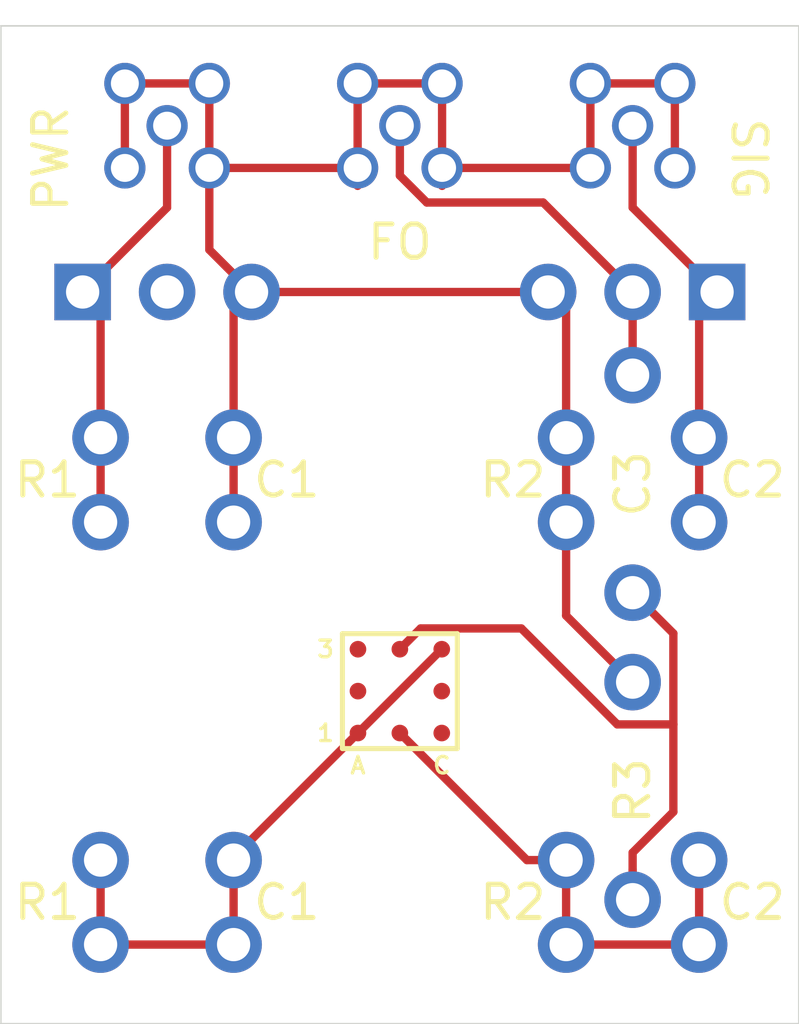
<source format=kicad_pcb>
(kicad_pcb (version 20240108) (generator "pcbnew") (generator_version "8.0")
  (layers (0 "F.Cu" signal) (31 "B.Cu" signal) (34 "B.Paste" user) (35 "F.Paste" user) (36 "B.SilkS" user "B.Silkscreen") (37 "F.SilkS" user "F.Silkscreen") (38 "B.Mask" user) (39 "F.Mask" user) (44 "Edge.Cuts" user))
  (net 0 "")
  (net 1 "GND")
  (net 2 "Net-(C1-+)")
  (net 3 "Net-(C2-+)")
  (net 4 "SIG")
  (net 5 "HV+")
  (net 7 "F-OUT")
  (net 8 "Net-(C3-+)")
  (footprint "Connector_Coaxial:MMCX_Molex_73415-1471_Vertical" (layer "F.Cu") (at 143 83)
    (property "Reference" "J-PWR-2" (hide yes))
    (property "Value" "Conn_01x02_Pin" (hide yes))
    (pad "1" thru_hole circle (at 0 0) (size 1.24 1.24) (drill 0.84) (layers "*.Cu" "*.Mask" "In1.Cu" "In2.Cu" "In3.Cu" "In4.Cu" "In5.Cu" "In6.Cu" "In7.Cu" "In8.Cu" "In9.Cu" "In10.Cu" "In11.Cu" "In12.Cu" "In13.Cu" "In14.Cu" "In15.Cu" "In16.Cu" "In17.Cu" "In18.Cu" "In19.Cu" "In20.Cu" "In21.Cu" "In22.Cu" "In23.Cu" "In24.Cu" "In25.Cu" "In26.Cu" "In27.Cu" "In28.Cu" "In29.Cu" "In30.Cu") (net 5 "HV+"))
    (pad "2" thru_hole circle (at -1.27 -1.27) (size 1.24 1.24) (drill 0.84) (layers "*.Cu" "*.Mask" "In1.Cu" "In2.Cu" "In3.Cu" "In4.Cu" "In5.Cu" "In6.Cu" "In7.Cu" "In8.Cu" "In9.Cu" "In10.Cu" "In11.Cu" "In12.Cu" "In13.Cu" "In14.Cu" "In15.Cu" "In16.Cu" "In17.Cu" "In18.Cu" "In19.Cu" "In20.Cu" "In21.Cu" "In22.Cu" "In23.Cu" "In24.Cu" "In25.Cu" "In26.Cu" "In27.Cu" "In28.Cu" "In29.Cu" "In30.Cu") (net 1 "GND"))
    (pad "2" thru_hole circle (at -1.27 1.27) (size 1.24 1.24) (drill 0.84) (layers "*.Cu" "*.Mask" "In1.Cu" "In2.Cu" "In3.Cu" "In4.Cu" "In5.Cu" "In6.Cu" "In7.Cu" "In8.Cu" "In9.Cu" "In10.Cu" "In11.Cu" "In12.Cu" "In13.Cu" "In14.Cu" "In15.Cu" "In16.Cu" "In17.Cu" "In18.Cu" "In19.Cu" "In20.Cu" "In21.Cu" "In22.Cu" "In23.Cu" "In24.Cu" "In25.Cu" "In26.Cu" "In27.Cu" "In28.Cu" "In29.Cu" "In30.Cu") (net 1 "GND"))
    (pad "2" thru_hole circle (at 1.27 -1.27) (size 1.24 1.24) (drill 0.84) (layers "*.Cu" "*.Mask" "In1.Cu" "In2.Cu" "In3.Cu" "In4.Cu" "In5.Cu" "In6.Cu" "In7.Cu" "In8.Cu" "In9.Cu" "In10.Cu" "In11.Cu" "In12.Cu" "In13.Cu" "In14.Cu" "In15.Cu" "In16.Cu" "In17.Cu" "In18.Cu" "In19.Cu" "In20.Cu" "In21.Cu" "In22.Cu" "In23.Cu" "In24.Cu" "In25.Cu" "In26.Cu" "In27.Cu" "In28.Cu" "In29.Cu" "In30.Cu") (net 1 "GND"))
    (pad "2" thru_hole circle (at 1.27 1.27) (size 1.24 1.24) (drill 0.84) (layers "*.Cu" "*.Mask" "In1.Cu" "In2.Cu" "In3.Cu" "In4.Cu" "In5.Cu" "In6.Cu" "In7.Cu" "In8.Cu" "In9.Cu" "In10.Cu" "In11.Cu" "In12.Cu" "In13.Cu" "In14.Cu" "In15.Cu" "In16.Cu" "In17.Cu" "In18.Cu" "In19.Cu" "In20.Cu" "In21.Cu" "In22.Cu" "In23.Cu" "In24.Cu" "In25.Cu" "In26.Cu" "In27.Cu" "In28.Cu" "In29.Cu" "In30.Cu") (net 1 "GND"))
  )
  (footprint "Custom_ThroughHole:PinHeader_1x04_P2.54mm_Vertical_Spaced_Mini" (layer "F.Cu") (at 157 103 180)
    (property "Reference" "R3" (at 0 0 -90) (layer "F.SilkS"))
    (property "Value" "R")
    (pad "1" thru_hole oval (at 0 -3.27 180) (size 1.7 1.7) (drill 1) (layers "*.Cu" "*.Mask" "In1.Cu" "In2.Cu" "In3.Cu" "In4.Cu" "In5.Cu" "In6.Cu" "In7.Cu" "In8.Cu" "In9.Cu" "In10.Cu" "In11.Cu" "In12.Cu" "In13.Cu" "In14.Cu" "In15.Cu" "In16.Cu" "In17.Cu" "In18.Cu" "In19.Cu" "In20.Cu" "In21.Cu" "In22.Cu" "In23.Cu" "In24.Cu" "In25.Cu" "In26.Cu" "In27.Cu" "In28.Cu" "In29.Cu" "In30.Cu") (net 8 "Net-(C3-+)"))
    (pad "2" thru_hole oval (at 0 3.27 180) (size 1.7 1.7) (drill 1) (layers "*.Cu" "*.Mask" "In1.Cu" "In2.Cu" "In3.Cu" "In4.Cu" "In5.Cu" "In6.Cu" "In7.Cu" "In8.Cu" "In9.Cu" "In10.Cu" "In11.Cu" "In12.Cu" "In13.Cu" "In14.Cu" "In15.Cu" "In16.Cu" "In17.Cu" "In18.Cu" "In19.Cu" "In20.Cu" "In21.Cu" "In22.Cu" "In23.Cu" "In24.Cu" "In25.Cu" "In26.Cu" "In27.Cu" "In28.Cu" "In29.Cu" "In30.Cu") (net 1 "GND"))
  )
  (footprint "Connector_PinHeader_2.54mm:PinHeader_1x03_P2.54mm_Vertical" (layer "F.Cu") (at 159.54 88 -90)
    (property "Reference" "J-SIG1" (hide yes))
    (property "Value" "Conn_01x03_Pin" (hide yes))
    (pad "1" thru_hole rect (at 0 0 270) (size 1.7 1.7) (drill 1) (layers "*.Cu" "*.Mask" "In1.Cu" "In2.Cu" "In3.Cu" "In4.Cu" "In5.Cu" "In6.Cu" "In7.Cu" "In8.Cu" "In9.Cu" "In10.Cu" "In11.Cu" "In12.Cu" "In13.Cu" "In14.Cu" "In15.Cu" "In16.Cu" "In17.Cu" "In18.Cu" "In19.Cu" "In20.Cu" "In21.Cu" "In22.Cu" "In23.Cu" "In24.Cu" "In25.Cu" "In26.Cu" "In27.Cu" "In28.Cu" "In29.Cu" "In30.Cu") (net 4 "SIG"))
    (pad "2" thru_hole oval (at 0 2.54 270) (size 1.7 1.7) (drill 1) (layers "*.Cu" "*.Mask" "In1.Cu" "In2.Cu" "In3.Cu" "In4.Cu" "In5.Cu" "In6.Cu" "In7.Cu" "In8.Cu" "In9.Cu" "In10.Cu" "In11.Cu" "In12.Cu" "In13.Cu" "In14.Cu" "In15.Cu" "In16.Cu" "In17.Cu" "In18.Cu" "In19.Cu" "In20.Cu" "In21.Cu" "In22.Cu" "In23.Cu" "In24.Cu" "In25.Cu" "In26.Cu" "In27.Cu" "In28.Cu" "In29.Cu" "In30.Cu") (net 7 "F-OUT"))
    (pad "3" thru_hole oval (at 0 5.08 270) (size 1.7 1.7) (drill 1) (layers "*.Cu" "*.Mask" "In1.Cu" "In2.Cu" "In3.Cu" "In4.Cu" "In5.Cu" "In6.Cu" "In7.Cu" "In8.Cu" "In9.Cu" "In10.Cu" "In11.Cu" "In12.Cu" "In13.Cu" "In14.Cu" "In15.Cu" "In16.Cu" "In17.Cu" "In18.Cu" "In19.Cu" "In20.Cu" "In21.Cu" "In22.Cu" "In23.Cu" "In24.Cu" "In25.Cu" "In26.Cu" "In27.Cu" "In28.Cu" "In29.Cu" "In30.Cu") (net 1 "GND"))
  )
  (footprint "SiPM-ONS:ONS-MICROFJ-30050" (layer "F.Cu") (at 150 100 90)
    (property "Reference" "D1" (hide yes))
    (property "Value" "~" (hide yes))
    (fp_line (start 1.7272 -1.7272) (end -1.7272 -1.7272) (stroke (width 0.1524)) (layer "F.SilkS"))
    (fp_line (start -1.7272 -1.7272) (end -1.7272 1.7272) (stroke (width 0.1524)) (layer "F.SilkS"))
    (fp_line (start 1.7272 1.7272) (end 1.7272 -1.7272) (stroke (width 0.1524)) (layer "F.SilkS"))
    (fp_line (start -1.7272 1.7272) (end 1.7272 1.7272) (stroke (width 0.1524)) (layer "F.SilkS"))
    (fp_text user "3" (at 1.26 -2.2352 0) (layer "F.SilkS") (effects (font (size 0.5 0.5) (thickness 0.1) (bold yes))))
    (fp_text user "1" (at -1.26 -2.2352 0) (layer "F.SilkS") (effects (font (size 0.5 0.5) (thickness 0.1) (bold yes))))
    (fp_text user "A" (at -2.2352 -1.260094 0) (layer "F.SilkS") (effects (font (size 0.5 0.5) (thickness 0.1) (bold yes))))
    (fp_text user "C" (at -2.2352 1.260094 0) (layer "F.SilkS") (effects (font (size 0.5 0.5) (thickness 0.1) (bold yes))))
    (pad "A1" smd circle (at -1.26 -1.260094 90) (size 0.5 0.5) (layers "F.Cu" "F.Paste" "F.Mask") (net 2 "Net-(C1-+)"))
    (pad "A2" smd circle (at 0 -1.260094 90) (size 0.5 0.5) (layers "F.Cu" "F.Paste" "F.Mask"))
    (pad "A3" smd circle (at 1.26 -1.260094 90) (size 0.5 0.5) (layers "F.Cu" "F.Paste" "F.Mask"))
    (pad "B1" smd circle (at -1.26 0 90) (size 0.5 0.5) (layers "F.Cu" "F.Paste" "F.Mask") (net 3 "Net-(C2-+)"))
    (pad "B3" smd circle (at 1.26 0 90) (size 0.5 0.5) (layers "F.Cu" "F.Paste" "F.Mask") (net 8 "Net-(C3-+)"))
    (pad "C1" smd circle (at -1.26 1.260094 90) (size 0.5 0.5) (layers "F.Cu" "F.Paste" "F.Mask"))
    (pad "C2" smd circle (at 0 1.260094 90) (size 0.5 0.5) (layers "F.Cu" "F.Paste" "F.Mask"))
    (pad "C3" smd circle (at 1.26 1.260094 90) (size 0.5 0.5) (layers "F.Cu" "F.Paste" "F.Mask") (net 2 "Net-(C1-+)"))
  )
  (footprint "Custom_ThroughHole:PinHeader_1x04_P2.54mm_Vertical_Spaced" (layer "F.Cu") (at 145 100 180)
    (property "Reference" "C1" (at -1.6 6.35 180) (layer "F.SilkS"))
    (property "Value" "C" (hide yes))
    (pad "1" thru_hole circle (at 0 -7.62 180) (size 1.7 1.7) (drill 1) (layers "*.Cu" "*.Mask" "In1.Cu" "In2.Cu" "In3.Cu" "In4.Cu" "In5.Cu" "In6.Cu" "In7.Cu" "In8.Cu" "In9.Cu" "In10.Cu" "In11.Cu" "In12.Cu" "In13.Cu" "In14.Cu" "In15.Cu" "In16.Cu" "In17.Cu" "In18.Cu" "In19.Cu" "In20.Cu" "In21.Cu" "In22.Cu" "In23.Cu" "In24.Cu" "In25.Cu" "In26.Cu" "In27.Cu" "In28.Cu" "In29.Cu" "In30.Cu") (net 2 "Net-(C1-+)"))
    (pad "1" thru_hole oval (at 0 -5.08 180) (size 1.7 1.7) (drill 1) (layers "*.Cu" "*.Mask" "In1.Cu" "In2.Cu" "In3.Cu" "In4.Cu" "In5.Cu" "In6.Cu" "In7.Cu" "In8.Cu" "In9.Cu" "In10.Cu" "In11.Cu" "In12.Cu" "In13.Cu" "In14.Cu" "In15.Cu" "In16.Cu" "In17.Cu" "In18.Cu" "In19.Cu" "In20.Cu" "In21.Cu" "In22.Cu" "In23.Cu" "In24.Cu" "In25.Cu" "In26.Cu" "In27.Cu" "In28.Cu" "In29.Cu" "In30.Cu") (net 2 "Net-(C1-+)"))
    (pad "2" thru_hole oval (at 0 5.08 180) (size 1.7 1.7) (drill 1) (layers "*.Cu" "*.Mask" "In1.Cu" "In2.Cu" "In3.Cu" "In4.Cu" "In5.Cu" "In6.Cu" "In7.Cu" "In8.Cu" "In9.Cu" "In10.Cu" "In11.Cu" "In12.Cu" "In13.Cu" "In14.Cu" "In15.Cu" "In16.Cu" "In17.Cu" "In18.Cu" "In19.Cu" "In20.Cu" "In21.Cu" "In22.Cu" "In23.Cu" "In24.Cu" "In25.Cu" "In26.Cu" "In27.Cu" "In28.Cu" "In29.Cu" "In30.Cu") (net 1 "GND"))
    (pad "2" thru_hole oval (at 0 7.62 180) (size 1.7 1.7) (drill 1) (layers "*.Cu" "*.Mask" "In1.Cu" "In2.Cu" "In3.Cu" "In4.Cu" "In5.Cu" "In6.Cu" "In7.Cu" "In8.Cu" "In9.Cu" "In10.Cu" "In11.Cu" "In12.Cu" "In13.Cu" "In14.Cu" "In15.Cu" "In16.Cu" "In17.Cu" "In18.Cu" "In19.Cu" "In20.Cu" "In21.Cu" "In22.Cu" "In23.Cu" "In24.Cu" "In25.Cu" "In26.Cu" "In27.Cu" "In28.Cu" "In29.Cu" "In30.Cu") (net 1 "GND"))
  )
  (footprint "Custom_ThroughHole:PinHeader_1x04_P2.54mm_Vertical_Spaced" (layer "F.Cu") (at 141 100)
    (property "Reference" "R1" (at -1.6 6.35 180) (layer "F.SilkS"))
    (property "Value" "R" (hide yes))
    (pad "1" thru_hole circle (at 0 -7.62) (size 1.7 1.7) (drill 1) (layers "*.Cu" "*.Mask" "In1.Cu" "In2.Cu" "In3.Cu" "In4.Cu" "In5.Cu" "In6.Cu" "In7.Cu" "In8.Cu" "In9.Cu" "In10.Cu" "In11.Cu" "In12.Cu" "In13.Cu" "In14.Cu" "In15.Cu" "In16.Cu" "In17.Cu" "In18.Cu" "In19.Cu" "In20.Cu" "In21.Cu" "In22.Cu" "In23.Cu" "In24.Cu" "In25.Cu" "In26.Cu" "In27.Cu" "In28.Cu" "In29.Cu" "In30.Cu") (net 5 "HV+"))
    (pad "1" thru_hole oval (at 0 -5.08) (size 1.7 1.7) (drill 1) (layers "*.Cu" "*.Mask" "In1.Cu" "In2.Cu" "In3.Cu" "In4.Cu" "In5.Cu" "In6.Cu" "In7.Cu" "In8.Cu" "In9.Cu" "In10.Cu" "In11.Cu" "In12.Cu" "In13.Cu" "In14.Cu" "In15.Cu" "In16.Cu" "In17.Cu" "In18.Cu" "In19.Cu" "In20.Cu" "In21.Cu" "In22.Cu" "In23.Cu" "In24.Cu" "In25.Cu" "In26.Cu" "In27.Cu" "In28.Cu" "In29.Cu" "In30.Cu") (net 5 "HV+"))
    (pad "2" thru_hole oval (at 0 5.08) (size 1.7 1.7) (drill 1) (layers "*.Cu" "*.Mask" "In1.Cu" "In2.Cu" "In3.Cu" "In4.Cu" "In5.Cu" "In6.Cu" "In7.Cu" "In8.Cu" "In9.Cu" "In10.Cu" "In11.Cu" "In12.Cu" "In13.Cu" "In14.Cu" "In15.Cu" "In16.Cu" "In17.Cu" "In18.Cu" "In19.Cu" "In20.Cu" "In21.Cu" "In22.Cu" "In23.Cu" "In24.Cu" "In25.Cu" "In26.Cu" "In27.Cu" "In28.Cu" "In29.Cu" "In30.Cu") (net 2 "Net-(C1-+)"))
    (pad "2" thru_hole oval (at 0 7.62) (size 1.7 1.7) (drill 1) (layers "*.Cu" "*.Mask" "In1.Cu" "In2.Cu" "In3.Cu" "In4.Cu" "In5.Cu" "In6.Cu" "In7.Cu" "In8.Cu" "In9.Cu" "In10.Cu" "In11.Cu" "In12.Cu" "In13.Cu" "In14.Cu" "In15.Cu" "In16.Cu" "In17.Cu" "In18.Cu" "In19.Cu" "In20.Cu" "In21.Cu" "In22.Cu" "In23.Cu" "In24.Cu" "In25.Cu" "In26.Cu" "In27.Cu" "In28.Cu" "In29.Cu" "In30.Cu") (net 2 "Net-(C1-+)"))
  )
  (footprint "Connector_Coaxial:MMCX_Molex_73415-1471_Vertical" (layer "F.Cu") (at 150 83)
    (property "Reference" "J-SIG-1" (hide yes))
    (property "Value" "Conn_01x02_Pin")
    (pad "1" thru_hole circle (at 0 0) (size 1.24 1.24) (drill 0.84) (layers "*.Cu" "*.Mask" "In1.Cu" "In2.Cu" "In3.Cu" "In4.Cu" "In5.Cu" "In6.Cu" "In7.Cu" "In8.Cu" "In9.Cu" "In10.Cu" "In11.Cu" "In12.Cu" "In13.Cu" "In14.Cu" "In15.Cu" "In16.Cu" "In17.Cu" "In18.Cu" "In19.Cu" "In20.Cu" "In21.Cu" "In22.Cu" "In23.Cu" "In24.Cu" "In25.Cu" "In26.Cu" "In27.Cu" "In28.Cu" "In29.Cu" "In30.Cu") (net 7 "F-OUT"))
    (pad "2" thru_hole circle (at -1.27 -1.27) (size 1.24 1.24) (drill 0.84) (layers "*.Cu" "*.Mask" "In1.Cu" "In2.Cu" "In3.Cu" "In4.Cu" "In5.Cu" "In6.Cu" "In7.Cu" "In8.Cu" "In9.Cu" "In10.Cu" "In11.Cu" "In12.Cu" "In13.Cu" "In14.Cu" "In15.Cu" "In16.Cu" "In17.Cu" "In18.Cu" "In19.Cu" "In20.Cu" "In21.Cu" "In22.Cu" "In23.Cu" "In24.Cu" "In25.Cu" "In26.Cu" "In27.Cu" "In28.Cu" "In29.Cu" "In30.Cu") (net 1 "GND"))
    (pad "2" thru_hole circle (at -1.27 1.27) (size 1.24 1.24) (drill 0.84) (layers "*.Cu" "*.Mask" "In1.Cu" "In2.Cu" "In3.Cu" "In4.Cu" "In5.Cu" "In6.Cu" "In7.Cu" "In8.Cu" "In9.Cu" "In10.Cu" "In11.Cu" "In12.Cu" "In13.Cu" "In14.Cu" "In15.Cu" "In16.Cu" "In17.Cu" "In18.Cu" "In19.Cu" "In20.Cu" "In21.Cu" "In22.Cu" "In23.Cu" "In24.Cu" "In25.Cu" "In26.Cu" "In27.Cu" "In28.Cu" "In29.Cu" "In30.Cu") (net 1 "GND"))
    (pad "2" thru_hole circle (at 1.27 -1.27) (size 1.24 1.24) (drill 0.84) (layers "*.Cu" "*.Mask" "In1.Cu" "In2.Cu" "In3.Cu" "In4.Cu" "In5.Cu" "In6.Cu" "In7.Cu" "In8.Cu" "In9.Cu" "In10.Cu" "In11.Cu" "In12.Cu" "In13.Cu" "In14.Cu" "In15.Cu" "In16.Cu" "In17.Cu" "In18.Cu" "In19.Cu" "In20.Cu" "In21.Cu" "In22.Cu" "In23.Cu" "In24.Cu" "In25.Cu" "In26.Cu" "In27.Cu" "In28.Cu" "In29.Cu" "In30.Cu") (net 1 "GND"))
    (pad "2" thru_hole circle (at 1.27 1.27) (size 1.24 1.24) (drill 0.84) (layers "*.Cu" "*.Mask" "In1.Cu" "In2.Cu" "In3.Cu" "In4.Cu" "In5.Cu" "In6.Cu" "In7.Cu" "In8.Cu" "In9.Cu" "In10.Cu" "In11.Cu" "In12.Cu" "In13.Cu" "In14.Cu" "In15.Cu" "In16.Cu" "In17.Cu" "In18.Cu" "In19.Cu" "In20.Cu" "In21.Cu" "In22.Cu" "In23.Cu" "In24.Cu" "In25.Cu" "In26.Cu" "In27.Cu" "In28.Cu" "In29.Cu" "In30.Cu") (net 1 "GND"))
  )
  (footprint "Connector_PinHeader_2.54mm:PinHeader_1x03_P2.54mm_Vertical" (layer "F.Cu") (at 140.46 88 90)
    (property "Reference" "J-PWR1" (hide yes))
    (property "Value" "Conn_01x03_Pin" (hide yes))
    (pad "1" thru_hole rect (at 0 0 90) (size 1.7 1.7) (drill 1) (layers "*.Cu" "*.Mask" "In1.Cu" "In2.Cu" "In3.Cu" "In4.Cu" "In5.Cu" "In6.Cu" "In7.Cu" "In8.Cu" "In9.Cu" "In10.Cu" "In11.Cu" "In12.Cu" "In13.Cu" "In14.Cu" "In15.Cu" "In16.Cu" "In17.Cu" "In18.Cu" "In19.Cu" "In20.Cu" "In21.Cu" "In22.Cu" "In23.Cu" "In24.Cu" "In25.Cu" "In26.Cu" "In27.Cu" "In28.Cu" "In29.Cu" "In30.Cu") (net 5 "HV+"))
    (pad "2" thru_hole oval (at 0 2.54 90) (size 1.7 1.7) (drill 1) (layers "*.Cu" "*.Mask" "In1.Cu" "In2.Cu" "In3.Cu" "In4.Cu" "In5.Cu" "In6.Cu" "In7.Cu" "In8.Cu" "In9.Cu" "In10.Cu" "In11.Cu" "In12.Cu" "In13.Cu" "In14.Cu" "In15.Cu" "In16.Cu" "In17.Cu" "In18.Cu" "In19.Cu" "In20.Cu" "In21.Cu" "In22.Cu" "In23.Cu" "In24.Cu" "In25.Cu" "In26.Cu" "In27.Cu" "In28.Cu" "In29.Cu" "In30.Cu"))
    (pad "3" thru_hole oval (at 0 5.08 90) (size 1.7 1.7) (drill 1) (layers "*.Cu" "*.Mask" "In1.Cu" "In2.Cu" "In3.Cu" "In4.Cu" "In5.Cu" "In6.Cu" "In7.Cu" "In8.Cu" "In9.Cu" "In10.Cu" "In11.Cu" "In12.Cu" "In13.Cu" "In14.Cu" "In15.Cu" "In16.Cu" "In17.Cu" "In18.Cu" "In19.Cu" "In20.Cu" "In21.Cu" "In22.Cu" "In23.Cu" "In24.Cu" "In25.Cu" "In26.Cu" "In27.Cu" "In28.Cu" "In29.Cu" "In30.Cu") (net 1 "GND"))
  )
  (footprint "Custom_ThroughHole:PinHeader_1x04_P2.54mm_Vertical_Spaced" (layer "F.Cu") (at 155 100 180)
    (property "Reference" "R2" (at 1.6 -6.35 0) (layer "F.SilkS"))
    (property "Value" "R" (hide yes))
    (pad "1" thru_hole circle (at 0 -7.62 180) (size 1.7 1.7) (drill 1) (layers "*.Cu" "*.Mask" "In1.Cu" "In2.Cu" "In3.Cu" "In4.Cu" "In5.Cu" "In6.Cu" "In7.Cu" "In8.Cu" "In9.Cu" "In10.Cu" "In11.Cu" "In12.Cu" "In13.Cu" "In14.Cu" "In15.Cu" "In16.Cu" "In17.Cu" "In18.Cu" "In19.Cu" "In20.Cu" "In21.Cu" "In22.Cu" "In23.Cu" "In24.Cu" "In25.Cu" "In26.Cu" "In27.Cu" "In28.Cu" "In29.Cu" "In30.Cu") (net 3 "Net-(C2-+)"))
    (pad "1" thru_hole oval (at 0 -5.08 180) (size 1.7 1.7) (drill 1) (layers "*.Cu" "*.Mask" "In1.Cu" "In2.Cu" "In3.Cu" "In4.Cu" "In5.Cu" "In6.Cu" "In7.Cu" "In8.Cu" "In9.Cu" "In10.Cu" "In11.Cu" "In12.Cu" "In13.Cu" "In14.Cu" "In15.Cu" "In16.Cu" "In17.Cu" "In18.Cu" "In19.Cu" "In20.Cu" "In21.Cu" "In22.Cu" "In23.Cu" "In24.Cu" "In25.Cu" "In26.Cu" "In27.Cu" "In28.Cu" "In29.Cu" "In30.Cu") (net 3 "Net-(C2-+)"))
    (pad "2" thru_hole oval (at 0 5.08 180) (size 1.7 1.7) (drill 1) (layers "*.Cu" "*.Mask" "In1.Cu" "In2.Cu" "In3.Cu" "In4.Cu" "In5.Cu" "In6.Cu" "In7.Cu" "In8.Cu" "In9.Cu" "In10.Cu" "In11.Cu" "In12.Cu" "In13.Cu" "In14.Cu" "In15.Cu" "In16.Cu" "In17.Cu" "In18.Cu" "In19.Cu" "In20.Cu" "In21.Cu" "In22.Cu" "In23.Cu" "In24.Cu" "In25.Cu" "In26.Cu" "In27.Cu" "In28.Cu" "In29.Cu" "In30.Cu") (net 1 "GND"))
    (pad "2" thru_hole oval (at 0 7.62 180) (size 1.7 1.7) (drill 1) (layers "*.Cu" "*.Mask" "In1.Cu" "In2.Cu" "In3.Cu" "In4.Cu" "In5.Cu" "In6.Cu" "In7.Cu" "In8.Cu" "In9.Cu" "In10.Cu" "In11.Cu" "In12.Cu" "In13.Cu" "In14.Cu" "In15.Cu" "In16.Cu" "In17.Cu" "In18.Cu" "In19.Cu" "In20.Cu" "In21.Cu" "In22.Cu" "In23.Cu" "In24.Cu" "In25.Cu" "In26.Cu" "In27.Cu" "In28.Cu" "In29.Cu" "In30.Cu") (net 1 "GND"))
  )
  (footprint "Connector_Coaxial:MMCX_Molex_73415-1471_Vertical" (layer "F.Cu") (at 157 83)
    (property "Reference" "J-SIG-2" (hide yes))
    (property "Value" "Conn_01x02_Pin" (hide yes))
    (pad "1" thru_hole circle (at 0 0) (size 1.24 1.24) (drill 0.84) (layers "*.Cu" "*.Mask" "In1.Cu" "In2.Cu" "In3.Cu" "In4.Cu" "In5.Cu" "In6.Cu" "In7.Cu" "In8.Cu" "In9.Cu" "In10.Cu" "In11.Cu" "In12.Cu" "In13.Cu" "In14.Cu" "In15.Cu" "In16.Cu" "In17.Cu" "In18.Cu" "In19.Cu" "In20.Cu" "In21.Cu" "In22.Cu" "In23.Cu" "In24.Cu" "In25.Cu" "In26.Cu" "In27.Cu" "In28.Cu" "In29.Cu" "In30.Cu") (net 4 "SIG"))
    (pad "2" thru_hole circle (at -1.27 -1.27) (size 1.24 1.24) (drill 0.84) (layers "*.Cu" "*.Mask" "In1.Cu" "In2.Cu" "In3.Cu" "In4.Cu" "In5.Cu" "In6.Cu" "In7.Cu" "In8.Cu" "In9.Cu" "In10.Cu" "In11.Cu" "In12.Cu" "In13.Cu" "In14.Cu" "In15.Cu" "In16.Cu" "In17.Cu" "In18.Cu" "In19.Cu" "In20.Cu" "In21.Cu" "In22.Cu" "In23.Cu" "In24.Cu" "In25.Cu" "In26.Cu" "In27.Cu" "In28.Cu" "In29.Cu" "In30.Cu") (net 1 "GND"))
    (pad "2" thru_hole circle (at -1.27 1.27) (size 1.24 1.24) (drill 0.84) (layers "*.Cu" "*.Mask" "In1.Cu" "In2.Cu" "In3.Cu" "In4.Cu" "In5.Cu" "In6.Cu" "In7.Cu" "In8.Cu" "In9.Cu" "In10.Cu" "In11.Cu" "In12.Cu" "In13.Cu" "In14.Cu" "In15.Cu" "In16.Cu" "In17.Cu" "In18.Cu" "In19.Cu" "In20.Cu" "In21.Cu" "In22.Cu" "In23.Cu" "In24.Cu" "In25.Cu" "In26.Cu" "In27.Cu" "In28.Cu" "In29.Cu" "In30.Cu") (net 1 "GND"))
    (pad "2" thru_hole circle (at 1.27 -1.27) (size 1.24 1.24) (drill 0.84) (layers "*.Cu" "*.Mask" "In1.Cu" "In2.Cu" "In3.Cu" "In4.Cu" "In5.Cu" "In6.Cu" "In7.Cu" "In8.Cu" "In9.Cu" "In10.Cu" "In11.Cu" "In12.Cu" "In13.Cu" "In14.Cu" "In15.Cu" "In16.Cu" "In17.Cu" "In18.Cu" "In19.Cu" "In20.Cu" "In21.Cu" "In22.Cu" "In23.Cu" "In24.Cu" "In25.Cu" "In26.Cu" "In27.Cu" "In28.Cu" "In29.Cu" "In30.Cu") (net 1 "GND"))
    (pad "2" thru_hole circle (at 1.27 1.27) (size 1.24 1.24) (drill 0.84) (layers "*.Cu" "*.Mask" "In1.Cu" "In2.Cu" "In3.Cu" "In4.Cu" "In5.Cu" "In6.Cu" "In7.Cu" "In8.Cu" "In9.Cu" "In10.Cu" "In11.Cu" "In12.Cu" "In13.Cu" "In14.Cu" "In15.Cu" "In16.Cu" "In17.Cu" "In18.Cu" "In19.Cu" "In20.Cu" "In21.Cu" "In22.Cu" "In23.Cu" "In24.Cu" "In25.Cu" "In26.Cu" "In27.Cu" "In28.Cu" "In29.Cu" "In30.Cu") (net 1 "GND"))
  )
  (footprint "Custom_ThroughHole:PinHeader_1x04_P2.54mm_Vertical_Spaced_Mini" (layer "F.Cu") (at 157 93.77 180)
    (property "Reference" "C3" (at 0 0 -90) (layer "F.SilkS"))
    (property "Value" "C")
    (pad "1" thru_hole oval (at 0 -3.27 180) (size 1.7 1.7) (drill 1) (layers "*.Cu" "*.Mask" "In1.Cu" "In2.Cu" "In3.Cu" "In4.Cu" "In5.Cu" "In6.Cu" "In7.Cu" "In8.Cu" "In9.Cu" "In10.Cu" "In11.Cu" "In12.Cu" "In13.Cu" "In14.Cu" "In15.Cu" "In16.Cu" "In17.Cu" "In18.Cu" "In19.Cu" "In20.Cu" "In21.Cu" "In22.Cu" "In23.Cu" "In24.Cu" "In25.Cu" "In26.Cu" "In27.Cu" "In28.Cu" "In29.Cu" "In30.Cu") (net 8 "Net-(C3-+)"))
    (pad "2" thru_hole oval (at 0 3.27 180) (size 1.7 1.7) (drill 1) (layers "*.Cu" "*.Mask" "In1.Cu" "In2.Cu" "In3.Cu" "In4.Cu" "In5.Cu" "In6.Cu" "In7.Cu" "In8.Cu" "In9.Cu" "In10.Cu" "In11.Cu" "In12.Cu" "In13.Cu" "In14.Cu" "In15.Cu" "In16.Cu" "In17.Cu" "In18.Cu" "In19.Cu" "In20.Cu" "In21.Cu" "In22.Cu" "In23.Cu" "In24.Cu" "In25.Cu" "In26.Cu" "In27.Cu" "In28.Cu" "In29.Cu" "In30.Cu") (net 7 "F-OUT"))
  )
  (footprint "Custom_ThroughHole:PinHeader_1x04_P2.54mm_Vertical_Spaced" (layer "F.Cu") (at 159 100 180)
    (property "Reference" "C2" (at -1.6 6.35 0) (layer "F.SilkS"))
    (property "Value" "C" (hide yes))
    (pad "1" thru_hole circle (at 0 -7.62 180) (size 1.7 1.7) (drill 1) (layers "*.Cu" "*.Mask" "In1.Cu" "In2.Cu" "In3.Cu" "In4.Cu" "In5.Cu" "In6.Cu" "In7.Cu" "In8.Cu" "In9.Cu" "In10.Cu" "In11.Cu" "In12.Cu" "In13.Cu" "In14.Cu" "In15.Cu" "In16.Cu" "In17.Cu" "In18.Cu" "In19.Cu" "In20.Cu" "In21.Cu" "In22.Cu" "In23.Cu" "In24.Cu" "In25.Cu" "In26.Cu" "In27.Cu" "In28.Cu" "In29.Cu" "In30.Cu") (net 3 "Net-(C2-+)"))
    (pad "1" thru_hole oval (at 0 -5.08 180) (size 1.7 1.7) (drill 1) (layers "*.Cu" "*.Mask" "In1.Cu" "In2.Cu" "In3.Cu" "In4.Cu" "In5.Cu" "In6.Cu" "In7.Cu" "In8.Cu" "In9.Cu" "In10.Cu" "In11.Cu" "In12.Cu" "In13.Cu" "In14.Cu" "In15.Cu" "In16.Cu" "In17.Cu" "In18.Cu" "In19.Cu" "In20.Cu" "In21.Cu" "In22.Cu" "In23.Cu" "In24.Cu" "In25.Cu" "In26.Cu" "In27.Cu" "In28.Cu" "In29.Cu" "In30.Cu") (net 3 "Net-(C2-+)"))
    (pad "2" thru_hole oval (at 0 5.08 180) (size 1.7 1.7) (drill 1) (layers "*.Cu" "*.Mask" "In1.Cu" "In2.Cu" "In3.Cu" "In4.Cu" "In5.Cu" "In6.Cu" "In7.Cu" "In8.Cu" "In9.Cu" "In10.Cu" "In11.Cu" "In12.Cu" "In13.Cu" "In14.Cu" "In15.Cu" "In16.Cu" "In17.Cu" "In18.Cu" "In19.Cu" "In20.Cu" "In21.Cu" "In22.Cu" "In23.Cu" "In24.Cu" "In25.Cu" "In26.Cu" "In27.Cu" "In28.Cu" "In29.Cu" "In30.Cu") (net 4 "SIG"))
    (pad "2" thru_hole oval (at 0 7.62 180) (size 1.7 1.7) (drill 1) (layers "*.Cu" "*.Mask" "In1.Cu" "In2.Cu" "In3.Cu" "In4.Cu" "In5.Cu" "In6.Cu" "In7.Cu" "In8.Cu" "In9.Cu" "In10.Cu" "In11.Cu" "In12.Cu" "In13.Cu" "In14.Cu" "In15.Cu" "In16.Cu" "In17.Cu" "In18.Cu" "In19.Cu" "In20.Cu" "In21.Cu" "In22.Cu" "In23.Cu" "In24.Cu" "In25.Cu" "In26.Cu" "In27.Cu" "In28.Cu" "In29.Cu" "In30.Cu") (net 4 "SIG"))
  )
  (gr_rect (start 138 80) (end 162 110) (stroke (width 0.05)) (fill none) (layer "Edge.Cuts"))
  (gr_text "R2" (at 153.4 93.65 0) (layer "F.SilkS") (effects (font (size 1 1))))
  (gr_text "PWR" (at 139.5 84 90) (layer "F.SilkS") (effects (font (size 1 1))))
  (gr_text "R1" (at 139.4 93.65 0) (layer "F.SilkS") (effects (font (size 1 1))))
  (gr_text "C1" (at 146.6 106.35 0) (layer "F.SilkS") (effects (font (size 1 1))))
  (gr_text "FO" (at 150 86.5 0) (layer "F.SilkS") (effects (font (size 1 1))))
  (gr_text "C2" (at 160.6 106.35 0) (layer "F.SilkS") (effects (font (size 1 1))))
  (gr_text "SIG" (at 160.5 84 270) (layer "F.SilkS") (effects (font (size 1 1))))
  (segment (start 155.73 81.73) (end 155.73 84.27) (width 0.25) (layer "F.Cu") (net 1))
  (segment (start 145 92.38) (end 145 88.54) (width 0.25) (layer "F.Cu") (net 1))
  (segment (start 145 88.54) (end 145.54 88) (width 0.25) (layer "F.Cu") (net 1))
  (segment (start 144.27 81.73) (end 141.73 81.73) (width 0.25) (layer "F.Cu") (net 1))
  (segment (start 148.73 81.73) (end 148.73 84.27) (width 0.25) (layer "F.Cu") (net 1))
  (segment (start 158.27 84.27) (end 158.27 81.73) (width 0.25) (layer "F.Cu") (net 1))
  (segment (start 148.73 81.73) (end 151.27 81.73) (width 0.25) (layer "F.Cu") (net 1))
  (segment (start 144.27 86.73) (end 145.54 88) (width 0.25) (layer "F.Cu") (net 1))
  (segment (start 155 94.92) (end 155 92.38) (width 0.25) (layer "F.Cu") (net 1))
  (segment (start 144.27 84.27) (end 144.27 81.73) (width 0.25) (layer "F.Cu") (net 1))
  (segment (start 155 94.92) (end 155 97.73) (width 0.25) (layer "F.Cu") (net 1))
  (segment (start 148.73 84.27) (end 144.27 84.27) (width 0.25) (layer "F.Cu") (net 1))
  (segment (start 155.73 84.27) (end 151.27 84.27) (width 0.25) (layer "F.Cu") (net 1))
  (segment (start 145.54 88) (end 154.46 88) (width 0.25) (layer "F.Cu") (net 1))
  (segment (start 144.27 84.27) (end 144.27 86.73) (width 0.25) (layer "F.Cu") (net 1))
  (segment (start 141.73 81.73) (end 141.73 84.27) (width 0.25) (layer "F.Cu") (net 1))
  (segment (start 151.27 81.73) (end 151.27 84.27) (width 0.25) (layer "F.Cu") (net 1))
  (segment (start 155.73 81.73) (end 158.27 81.73) (width 0.25) (layer "F.Cu") (net 1))
  (segment (start 155 97.73) (end 157 99.73) (width 0.25) (layer "F.Cu") (net 1))
  (segment (start 145 94.92) (end 145 92.38) (width 0.25) (layer "F.Cu") (net 1))
  (segment (start 155 92.38) (end 155 88.54) (width 0.25) (layer "F.Cu") (net 1))
  (segment (start 151.27 84.81) (end 151.27 84.27) (width 0.25) (layer "F.Cu") (net 1))
  (segment (start 155 88.54) (end 154.46 88) (width 0.25) (layer "F.Cu") (net 1))
  (segment (start 148.73 84.81) (end 148.73 84.27) (width 0.25) (layer "F.Cu") (net 1))
  (segment (start 151.259906 98.74) (end 151.260094 98.74) (width 0.25) (layer "F.Cu") (net 2))
  (segment (start 148.739906 101.26) (end 145 104.999906) (width 0.25) (layer "F.Cu") (net 2))
  (segment (start 141 107.62) (end 145 107.62) (width 0.25) (layer "F.Cu") (net 2))
  (segment (start 145 107.62) (end 145 105.08) (width 0.25) (layer "F.Cu") (net 2))
  (segment (start 141 107.62) (end 141 105.08) (width 0.25) (layer "F.Cu") (net 2))
  (segment (start 148.739906 101.26) (end 151.259906 98.74) (width 0.25) (layer "F.Cu") (net 2))
  (segment (start 145 104.999906) (end 145 105.08) (width 0.25) (layer "F.Cu") (net 2))
  (segment (start 153.82 105.08) (end 155 105.08) (width 0.25) (layer "F.Cu") (net 3))
  (segment (start 155 107.62) (end 159 107.62) (width 0.25) (layer "F.Cu") (net 3))
  (segment (start 159 105.08) (end 159 107.62) (width 0.25) (layer "F.Cu") (net 3))
  (segment (start 150 101.26) (end 153.82 105.08) (width 0.25) (layer "F.Cu") (net 3))
  (segment (start 155 105.08) (end 155 107.62) (width 0.25) (layer "F.Cu") (net 3))
  (segment (start 157 85.46) (end 159.54 88) (width 0.25) (layer "F.Cu") (net 4))
  (segment (start 159 88.54) (end 159.54 88) (width 0.25) (layer "F.Cu") (net 4))
  (segment (start 159 92.38) (end 159 88.54) (width 0.25) (layer "F.Cu") (net 4))
  (segment (start 159 94.92) (end 159 92.38) (width 0.25) (layer "F.Cu") (net 4))
  (segment (start 157 83) (end 157 85.46) (width 0.25) (layer "F.Cu") (net 4))
  (segment (start 141 88.54) (end 140.46 88) (width 0.25) (layer "F.Cu") (net 5))
  (segment (start 141 92.38) (end 141 88.54) (width 0.25) (layer "F.Cu") (net 5))
  (segment (start 143 85.46) (end 140.46 88) (width 0.25) (layer "F.Cu") (net 5))
  (segment (start 143 83) (end 143 85.46) (width 0.25) (layer "F.Cu") (net 5))
  (segment (start 141 94.92) (end 141 92.38) (width 0.25) (layer "F.Cu") (net 5))
  (segment (start 150.81 85.31) (end 150 84.5) (width 0.25) (layer "F.Cu") (net 7))
  (segment (start 150 84.5) (end 150 83) (width 0.25) (layer "F.Cu") (net 7))
  (segment (start 154.31 85.31) (end 150.81 85.31) (width 0.25) (layer "F.Cu") (net 7))
  (segment (start 157 90.5) (end 157 88) (width 0.25) (layer "F.Cu") (net 7))
  (segment (start 157 88) (end 154.31 85.31) (width 0.25) (layer "F.Cu") (net 7))
  (segment (start 157 97.04) (end 158.225 98.265) (width 0.25) (layer "F.Cu") (net 8))
  (segment (start 156.537588 101) (end 158.225 101) (width 0.25) (layer "F.Cu") (net 8))
  (segment (start 153.652588 98.115) (end 156.537588 101) (width 0.25) (layer "F.Cu") (net 8))
  (segment (start 158.225 101) (end 158.225 103.631022) (width 0.25) (layer "F.Cu") (net 8))
  (segment (start 158.225 98.265) (end 158.225 101) (width 0.25) (layer "F.Cu") (net 8))
  (segment (start 150.625 98.115) (end 153.652588 98.115) (width 0.25) (layer "F.Cu") (net 8))
  (segment (start 158.225 103.631022) (end 157 104.856022) (width 0.25) (layer "F.Cu") (net 8))
  (segment (start 157 104.856022) (end 157 106.27) (width 0.25) (layer "F.Cu") (net 8))
  (segment (start 150 98.74) (end 150.625 98.115) (width 0.25) (layer "F.Cu") (net 8))
  (segment (start 157 105.347588) (end 157 106.27) (width 0.25) (layer "F.Cu") (net 8))
)
</source>
